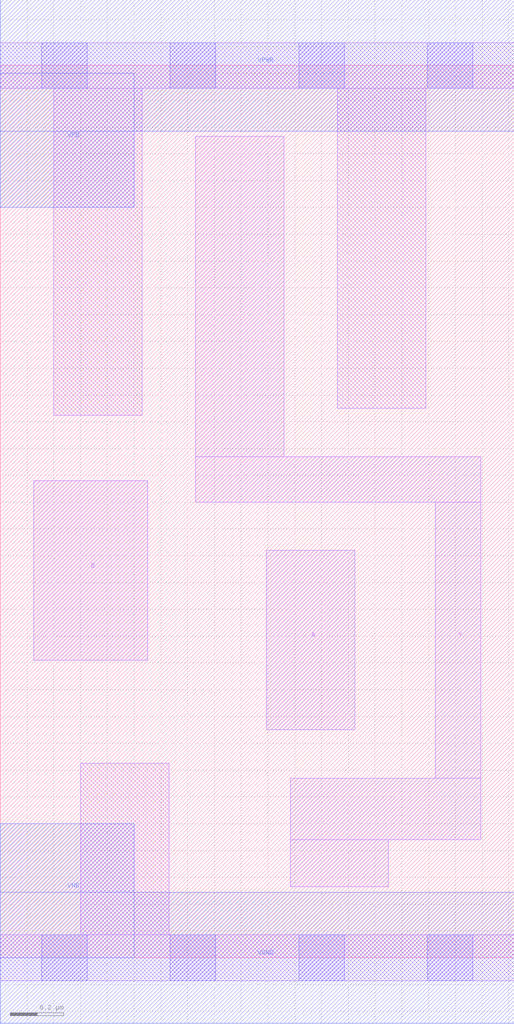
<source format=lef>
# Copyright 2020 The SkyWater PDK Authors
#
# Licensed under the Apache License, Version 2.0 (the "License");
# you may not use this file except in compliance with the License.
# You may obtain a copy of the License at
#
#     https://www.apache.org/licenses/LICENSE-2.0
#
# Unless required by applicable law or agreed to in writing, software
# distributed under the License is distributed on an "AS IS" BASIS,
# WITHOUT WARRANTIES OR CONDITIONS OF ANY KIND, either express or implied.
# See the License for the specific language governing permissions and
# limitations under the License.
#
# SPDX-License-Identifier: Apache-2.0

VERSION 5.5 ;
NAMESCASESENSITIVE ON ;
BUSBITCHARS "[]" ;
DIVIDERCHAR "/" ;
MACRO sky130_fd_sc_lp__nand2_lp2
  CLASS CORE ;
  SOURCE USER ;
  ORIGIN  0.000000  0.000000 ;
  SIZE  1.920000 BY  3.330000 ;
  SYMMETRY X Y R90 ;
  SITE unit ;
  PIN A
    ANTENNAGATEAREA  0.313000 ;
    DIRECTION INPUT ;
    USE SIGNAL ;
    PORT
      LAYER li1 ;
        RECT 0.995000 0.850000 1.325000 1.520000 ;
    END
  END A
  PIN B
    ANTENNAGATEAREA  0.313000 ;
    DIRECTION INPUT ;
    USE SIGNAL ;
    PORT
      LAYER li1 ;
        RECT 0.125000 1.110000 0.550000 1.780000 ;
    END
  END B
  PIN Y
    ANTENNADIFFAREA  0.399700 ;
    DIRECTION OUTPUT ;
    USE SIGNAL ;
    PORT
      LAYER li1 ;
        RECT 0.730000 1.700000 1.795000 1.870000 ;
        RECT 0.730000 1.870000 1.060000 3.065000 ;
        RECT 1.085000 0.265000 1.450000 0.440000 ;
        RECT 1.085000 0.440000 1.795000 0.670000 ;
        RECT 1.625000 0.670000 1.795000 1.700000 ;
    END
  END Y
  PIN VGND
    DIRECTION INOUT ;
    USE GROUND ;
    PORT
      LAYER met1 ;
        RECT 0.000000 -0.245000 1.920000 0.245000 ;
    END
  END VGND
  PIN VNB
    DIRECTION INOUT ;
    USE GROUND ;
    PORT
    END
  END VNB
  PIN VPB
    DIRECTION INOUT ;
    USE POWER ;
    PORT
    END
  END VPB
  PIN VNB
    DIRECTION INOUT ;
    USE GROUND ;
    PORT
      LAYER met1 ;
        RECT 0.000000 0.000000 0.500000 0.500000 ;
    END
  END VNB
  PIN VPB
    DIRECTION INOUT ;
    USE POWER ;
    PORT
      LAYER met1 ;
        RECT 0.000000 2.800000 0.500000 3.300000 ;
    END
  END VPB
  PIN VPWR
    DIRECTION INOUT ;
    USE POWER ;
    PORT
      LAYER met1 ;
        RECT 0.000000 3.085000 1.920000 3.575000 ;
    END
  END VPWR
  OBS
    LAYER li1 ;
      RECT 0.000000 -0.085000 1.920000 0.085000 ;
      RECT 0.000000  3.245000 1.920000 3.415000 ;
      RECT 0.200000  2.025000 0.530000 3.245000 ;
      RECT 0.300000  0.085000 0.630000 0.725000 ;
      RECT 1.260000  2.050000 1.590000 3.245000 ;
    LAYER mcon ;
      RECT 0.155000 -0.085000 0.325000 0.085000 ;
      RECT 0.155000  3.245000 0.325000 3.415000 ;
      RECT 0.635000 -0.085000 0.805000 0.085000 ;
      RECT 0.635000  3.245000 0.805000 3.415000 ;
      RECT 1.115000 -0.085000 1.285000 0.085000 ;
      RECT 1.115000  3.245000 1.285000 3.415000 ;
      RECT 1.595000 -0.085000 1.765000 0.085000 ;
      RECT 1.595000  3.245000 1.765000 3.415000 ;
  END
END sky130_fd_sc_lp__nand2_lp2
END LIBRARY

</source>
